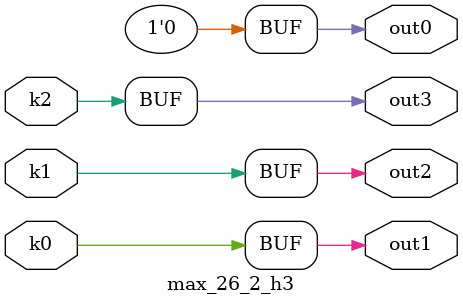
<source format=v>
module max_26_2(pi0, pi1, pi2, pi3, pi4, pi5, pi6, pi7, pi8, po0, po1, po2, po3);
input pi0, pi1, pi2, pi3, pi4, pi5, pi6, pi7, pi8;
output po0, po1, po2, po3;
wire k0, k1, k2;
max_26_2_w3 DUT1 (pi0, pi1, pi2, pi3, pi4, pi5, pi6, pi7, pi8, k0, k1, k2);
max_26_2_h3 DUT2 (k0, k1, k2, po0, po1, po2, po3);
endmodule

module max_26_2_w3(in8, in7, in6, in5, in4, in3, in2, in1, in0, k2, k1, k0);
input in8, in7, in6, in5, in4, in3, in2, in1, in0;
output k2, k1, k0;
assign k0 =   in1 ? ~in8 : ~in5;
assign k1 =   in1 ? ~in7 : ~in4;
assign k2 =   ~in0 & ((((~in8 & (in5 | in2)) | (in5 & in2)) & (~in6 | in3) & (~in7 | in4)) | (~in7 & in4 & (~in6 | in3)) | (~in6 & in3));
endmodule

module max_26_2_h3(k2, k1, k0, out3, out2, out1, out0);
input k2, k1, k0;
output out3, out2, out1, out0;
assign out0 = 0;
assign out1 = k0;
assign out2 = k1;
assign out3 = k2;
endmodule

</source>
